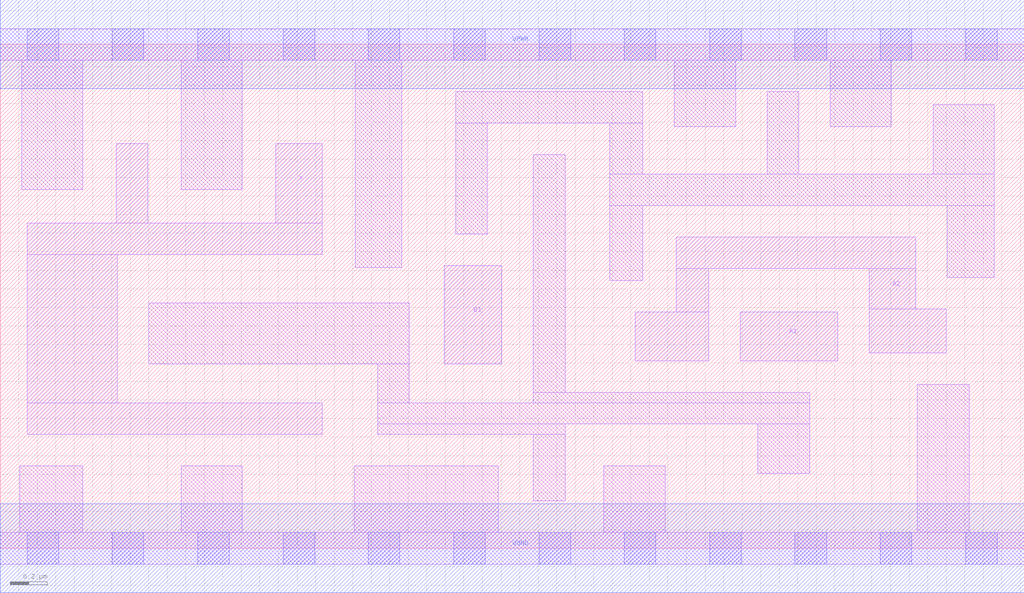
<source format=lef>
# Copyright 2020 The SkyWater PDK Authors
#
# Licensed under the Apache License, Version 2.0 (the "License");
# you may not use this file except in compliance with the License.
# You may obtain a copy of the License at
#
#     https://www.apache.org/licenses/LICENSE-2.0
#
# Unless required by applicable law or agreed to in writing, software
# distributed under the License is distributed on an "AS IS" BASIS,
# WITHOUT WARRANTIES OR CONDITIONS OF ANY KIND, either express or implied.
# See the License for the specific language governing permissions and
# limitations under the License.
#
# SPDX-License-Identifier: Apache-2.0

VERSION 5.7 ;
  NAMESCASESENSITIVE ON ;
  NOWIREEXTENSIONATPIN ON ;
  DIVIDERCHAR "/" ;
  BUSBITCHARS "[]" ;
UNITS
  DATABASE MICRONS 200 ;
END UNITS
MACRO sky130_fd_sc_hd__a21o_4
  CLASS CORE ;
  SOURCE USER ;
  FOREIGN sky130_fd_sc_hd__a21o_4 ;
  ORIGIN  0.000000  0.000000 ;
  SIZE  5.520000 BY  2.720000 ;
  SYMMETRY X Y R90 ;
  SITE unithd ;
  PIN A1
    ANTENNAGATEAREA  0.495000 ;
    DIRECTION INPUT ;
    USE SIGNAL ;
    PORT
      LAYER li1 ;
        RECT 3.990000 1.010000 4.515000 1.275000 ;
    END
  END A1
  PIN A2
    ANTENNAGATEAREA  0.495000 ;
    DIRECTION INPUT ;
    USE SIGNAL ;
    PORT
      LAYER li1 ;
        RECT 3.425000 1.010000 3.820000 1.275000 ;
        RECT 3.645000 1.275000 3.820000 1.510000 ;
        RECT 3.645000 1.510000 4.935000 1.680000 ;
        RECT 4.685000 1.055000 5.100000 1.290000 ;
        RECT 4.685000 1.290000 4.935000 1.510000 ;
    END
  END A2
  PIN B1
    ANTENNAGATEAREA  0.495000 ;
    DIRECTION INPUT ;
    USE SIGNAL ;
    PORT
      LAYER li1 ;
        RECT 2.395000 0.995000 2.705000 1.525000 ;
    END
  END B1
  PIN X
    ANTENNADIFFAREA  0.924000 ;
    DIRECTION OUTPUT ;
    USE SIGNAL ;
    PORT
      LAYER li1 ;
        RECT 0.145000 0.615000 1.735000 0.785000 ;
        RECT 0.145000 0.785000 0.630000 1.585000 ;
        RECT 0.145000 1.585000 1.735000 1.755000 ;
        RECT 0.625000 1.755000 0.795000 2.185000 ;
        RECT 1.485000 1.755000 1.735000 2.185000 ;
    END
  END X
  PIN VGND
    DIRECTION INOUT ;
    SHAPE ABUTMENT ;
    USE GROUND ;
    PORT
      LAYER met1 ;
        RECT 0.000000 -0.240000 5.520000 0.240000 ;
    END
  END VGND
  PIN VPWR
    DIRECTION INOUT ;
    SHAPE ABUTMENT ;
    USE POWER ;
    PORT
      LAYER met1 ;
        RECT 0.000000 2.480000 5.520000 2.960000 ;
    END
  END VPWR
  OBS
    LAYER li1 ;
      RECT 0.000000 -0.085000 5.520000 0.085000 ;
      RECT 0.000000  2.635000 5.520000 2.805000 ;
      RECT 0.105000  0.085000 0.445000 0.445000 ;
      RECT 0.115000  1.935000 0.445000 2.635000 ;
      RECT 0.800000  0.995000 2.205000 1.325000 ;
      RECT 0.975000  0.085000 1.305000 0.445000 ;
      RECT 0.975000  1.935000 1.305000 2.635000 ;
      RECT 1.910000  0.085000 2.685000 0.445000 ;
      RECT 1.915000  1.515000 2.165000 2.635000 ;
      RECT 2.035000  0.615000 3.045000 0.670000 ;
      RECT 2.035000  0.670000 4.365000 0.785000 ;
      RECT 2.035000  0.785000 2.205000 0.995000 ;
      RECT 2.455000  1.695000 2.625000 2.295000 ;
      RECT 2.455000  2.295000 3.465000 2.465000 ;
      RECT 2.875000  0.255000 3.045000 0.615000 ;
      RECT 2.875000  0.785000 4.365000 0.840000 ;
      RECT 2.875000  0.840000 3.045000 2.125000 ;
      RECT 3.255000  0.085000 3.585000 0.445000 ;
      RECT 3.285000  1.445000 3.465000 1.850000 ;
      RECT 3.285000  1.850000 5.360000 2.020000 ;
      RECT 3.285000  2.020000 3.465000 2.295000 ;
      RECT 3.635000  2.275000 3.965000 2.635000 ;
      RECT 4.085000  0.405000 4.365000 0.670000 ;
      RECT 4.135000  2.020000 4.305000 2.465000 ;
      RECT 4.475000  2.275000 4.805000 2.635000 ;
      RECT 4.945000  0.085000 5.225000 0.885000 ;
      RECT 5.030000  2.020000 5.360000 2.395000 ;
      RECT 5.105000  1.460000 5.360000 1.850000 ;
    LAYER mcon ;
      RECT 0.145000 -0.085000 0.315000 0.085000 ;
      RECT 0.145000  2.635000 0.315000 2.805000 ;
      RECT 0.605000 -0.085000 0.775000 0.085000 ;
      RECT 0.605000  2.635000 0.775000 2.805000 ;
      RECT 1.065000 -0.085000 1.235000 0.085000 ;
      RECT 1.065000  2.635000 1.235000 2.805000 ;
      RECT 1.525000 -0.085000 1.695000 0.085000 ;
      RECT 1.525000  2.635000 1.695000 2.805000 ;
      RECT 1.985000 -0.085000 2.155000 0.085000 ;
      RECT 1.985000  2.635000 2.155000 2.805000 ;
      RECT 2.445000 -0.085000 2.615000 0.085000 ;
      RECT 2.445000  2.635000 2.615000 2.805000 ;
      RECT 2.905000 -0.085000 3.075000 0.085000 ;
      RECT 2.905000  2.635000 3.075000 2.805000 ;
      RECT 3.365000 -0.085000 3.535000 0.085000 ;
      RECT 3.365000  2.635000 3.535000 2.805000 ;
      RECT 3.825000 -0.085000 3.995000 0.085000 ;
      RECT 3.825000  2.635000 3.995000 2.805000 ;
      RECT 4.285000 -0.085000 4.455000 0.085000 ;
      RECT 4.285000  2.635000 4.455000 2.805000 ;
      RECT 4.745000 -0.085000 4.915000 0.085000 ;
      RECT 4.745000  2.635000 4.915000 2.805000 ;
      RECT 5.205000 -0.085000 5.375000 0.085000 ;
      RECT 5.205000  2.635000 5.375000 2.805000 ;
  END
END sky130_fd_sc_hd__a21o_4

</source>
